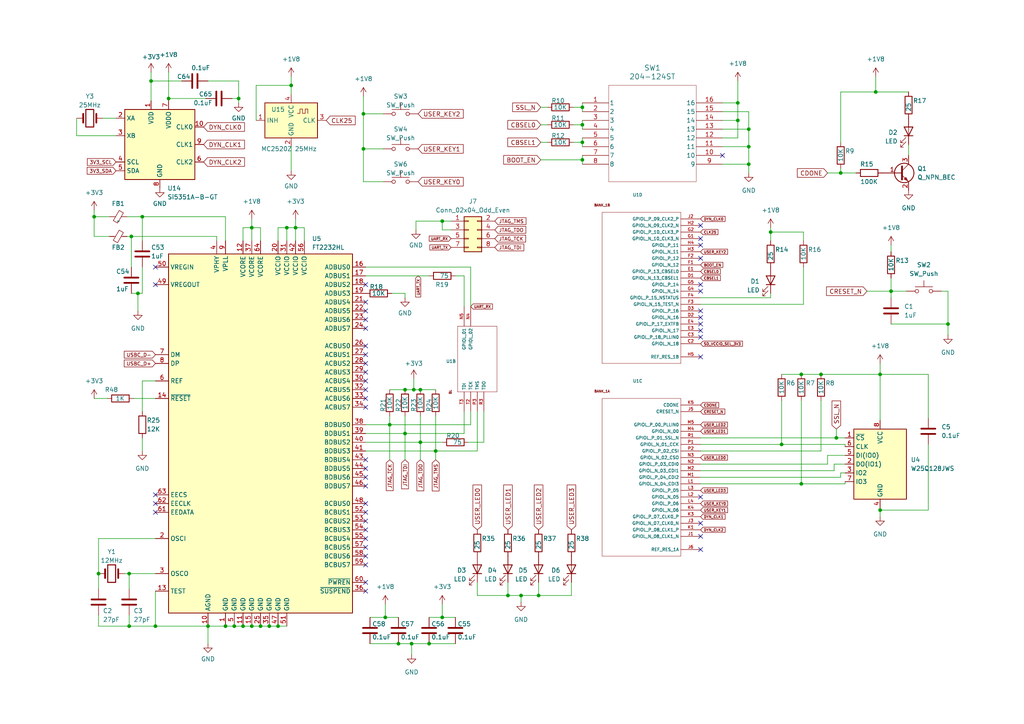
<source format=kicad_sch>
(kicad_sch (version 20250114) (generator "eeschema") (generator_version "9.0")
  (paper "A4")
  (junction (at 115.57 186.69))
  (junction (at 105.41 33.02))
  (junction (at 121.92 128.27))
  (junction (at 126.365 130.81))
  (junction (at 43.815 23.495))
  (junction (at 60.325 181.61))
  (junction (at 41.275 62.865))
  (junction (at 232.41 140.335))
  (junction (at 119.38 186.69))
  (junction (at 83.185 66.04))
  (junction (at 69.215 28.575))
  (junction (at 67.945 181.61))
  (junction (at 213.995 34.925))
  (junction (at 255.27 147.955))
  (junction (at 147.32 172.72))
  (junction (at 232.41 108.585))
  (junction (at 80.645 181.61))
  (junction (at 78.105 181.61))
  (junction (at 37.465 181.61))
  (junction (at 73.025 66.04))
  (junction (at 243.84 50.165))
  (junction (at 226.695 128.905))
  (junction (at 238.125 108.585))
  (junction (at 85.725 66.04))
  (junction (at 217.17 37.465))
  (junction (at 168.91 36.195))
  (junction (at 242.57 127))
  (junction (at 84.455 24.765))
  (junction (at 105.41 43.18))
  (junction (at 111.76 179.07))
  (junction (at 70.485 181.61))
  (junction (at 217.17 42.545))
  (junction (at 73.025 181.61))
  (junction (at 117.475 125.73))
  (junction (at 65.405 181.61))
  (junction (at 217.17 47.625))
  (junction (at 156.21 172.72))
  (junction (at 168.91 31.115))
  (junction (at 120.015 113.03))
  (junction (at 48.895 28.575))
  (junction (at 45.085 181.61))
  (junction (at 255.27 108.585))
  (junction (at 28.575 166.37))
  (junction (at 213.995 29.845))
  (junction (at 121.92 113.03))
  (junction (at 37.465 166.37))
  (junction (at 223.52 67.31))
  (junction (at 128.27 179.07))
  (junction (at 151.13 172.72))
  (junction (at 117.475 113.03))
  (junction (at 40.005 85.09))
  (junction (at 254 26.67))
  (junction (at 75.565 181.61))
  (junction (at 274.955 93.98))
  (junction (at 38.1 68.58))
  (junction (at 113.03 123.19))
  (junction (at 258.445 84.455))
  (junction (at 27.305 62.865))
  (junction (at 168.91 46.355))
  (junction (at 128.27 64.135))
  (junction (at 168.91 41.275))
  (junction (at 124.46 186.69))
  (no_connect (at 45.085 77.47))
  (no_connect (at 106.045 115.57))
  (no_connect (at 203.2 151.765))
  (no_connect (at 106.045 161.29))
  (no_connect (at 203.2 65.405))
  (no_connect (at 106.045 107.95))
  (no_connect (at 203.2 103.505))
  (no_connect (at 106.045 140.97))
  (no_connect (at 106.045 146.05))
  (no_connect (at 106.045 156.21))
  (no_connect (at 106.045 102.87))
  (no_connect (at 203.2 84.455))
  (no_connect (at 203.2 93.98))
  (no_connect (at 209.55 45.085))
  (no_connect (at 106.045 135.89))
  (no_connect (at 106.045 148.59))
  (no_connect (at 106.045 133.35))
  (no_connect (at 203.2 90.17))
  (no_connect (at 203.2 144.145))
  (no_connect (at 203.2 159.385))
  (no_connect (at 106.045 92.71))
  (no_connect (at 106.045 110.49))
  (no_connect (at 106.045 151.13))
  (no_connect (at 106.045 87.63))
  (no_connect (at 203.2 92.075))
  (no_connect (at 106.045 138.43))
  (no_connect (at 203.2 74.93))
  (no_connect (at 45.085 143.51))
  (no_connect (at 45.085 82.55))
  (no_connect (at 45.085 146.05))
  (no_connect (at 106.045 82.55))
  (no_connect (at 106.045 158.75))
  (no_connect (at 106.045 105.41))
  (no_connect (at 203.2 69.215))
  (no_connect (at 106.045 118.11))
  (no_connect (at 106.045 113.03))
  (no_connect (at 106.045 100.33))
  (no_connect (at 106.045 163.83))
  (no_connect (at 203.2 71.12))
  (no_connect (at 203.2 97.79))
  (no_connect (at 106.045 90.17))
  (no_connect (at 106.045 168.91))
  (no_connect (at 106.045 171.45))
  (no_connect (at 203.2 82.55))
  (no_connect (at 106.045 95.25))
  (no_connect (at 106.045 153.67))
  (no_connect (at 203.2 155.575))
  (no_connect (at 45.085 148.59))
  (no_connect (at 203.2 95.885))
  (wire (pts (xy 168.91 41.275) (xy 168.91 42.545)))
  (wire (pts (xy 65.405 181.61) (xy 67.945 181.61)))
  (wire (pts (xy 156.845 31.115) (xy 158.75 31.115)))
  (wire (pts (xy 269.24 121.285) (xy 269.24 108.585)))
  (wire (pts (xy 80.645 69.85) (xy 80.645 66.04)))
  (wire (pts (xy 105.41 33.02) (xy 111.125 33.02)))
  (wire (pts (xy 85.725 63.5) (xy 85.725 66.04)))
  (wire (pts (xy 165.735 168.91) (xy 165.735 172.72)))
  (wire (pts (xy 84.455 22.225) (xy 84.455 24.765)))
  (wire (pts (xy 238.125 130.81) (xy 238.125 116.205)))
  (wire (pts (xy 73.025 66.04) (xy 73.025 69.85)))
  (wire (pts (xy 258.445 84.455) (xy 258.445 86.36)))
  (wire (pts (xy 126.365 120.65) (xy 126.365 130.81)))
  (wire (pts (xy 41.275 85.09) (xy 41.275 77.47)))
  (wire (pts (xy 36.83 62.865) (xy 41.275 62.865)))
  (wire (pts (xy 88.265 66.04) (xy 85.725 66.04)))
  (wire (pts (xy 80.645 181.61) (xy 83.185 181.61)))
  (wire (pts (xy 111.76 175.26) (xy 111.76 179.07)))
  (wire (pts (xy 156.21 172.72) (xy 151.13 172.72)))
  (wire (pts (xy 258.445 84.455) (xy 262.89 84.455)))
  (wire (pts (xy 113.03 123.19) (xy 113.03 133.35)))
  (wire (pts (xy 120.015 109.855) (xy 120.015 113.03)))
  (wire (pts (xy 156.21 168.91) (xy 156.21 172.72)))
  (wire (pts (xy 117.475 120.65) (xy 117.475 125.73)))
  (wire (pts (xy 41.275 110.49) (xy 45.085 110.49)))
  (wire (pts (xy 29.845 34.29) (xy 33.655 34.29)))
  (wire (pts (xy 48.895 20.955) (xy 48.895 28.575)))
  (wire (pts (xy 223.52 67.31) (xy 223.52 69.85)))
  (wire (pts (xy 106.045 130.81) (xy 126.365 130.81)))
  (wire (pts (xy 226.695 108.585) (xy 232.41 108.585)))
  (wire (pts (xy 203.2 127) (xy 242.57 127)))
  (wire (pts (xy 85.725 66.04) (xy 85.725 69.85)))
  (wire (pts (xy 128.27 179.07) (xy 132.08 179.07)))
  (wire (pts (xy 22.225 39.37) (xy 33.655 39.37)))
  (wire (pts (xy 217.17 32.385) (xy 217.17 37.465)))
  (wire (pts (xy 124.46 186.69) (xy 132.08 186.69)))
  (wire (pts (xy 38.1 68.58) (xy 38.1 77.47)))
  (wire (pts (xy 105.41 52.705) (xy 111.125 52.705)))
  (wire (pts (xy 45.085 171.45) (xy 45.085 181.61)))
  (wire (pts (xy 65.405 62.865) (xy 65.405 69.85)))
  (wire (pts (xy 67.31 28.575) (xy 69.215 28.575)))
  (wire (pts (xy 45.085 156.21) (xy 28.575 156.21)))
  (wire (pts (xy 120.015 113.03) (xy 121.92 113.03)))
  (wire (pts (xy 28.575 181.61) (xy 37.465 181.61)))
  (wire (pts (xy 22.225 34.29) (xy 22.225 39.37)))
  (wire (pts (xy 117.475 125.73) (xy 117.475 133.35)))
  (wire (pts (xy 106.045 125.73) (xy 117.475 125.73)))
  (wire (pts (xy 40.005 85.09) (xy 41.275 85.09)))
  (wire (pts (xy 258.445 71.12) (xy 258.445 73.025)))
  (wire (pts (xy 209.55 34.925) (xy 213.995 34.925)))
  (wire (pts (xy 217.17 47.625) (xy 217.17 50.165)))
  (wire (pts (xy 38.735 115.57) (xy 45.085 115.57)))
  (wire (pts (xy 83.185 66.04) (xy 83.185 69.85)))
  (wire (pts (xy 274.955 93.98) (xy 274.955 97.155)))
  (wire (pts (xy 27.305 115.57) (xy 31.115 115.57)))
  (wire (pts (xy 243.84 26.67) (xy 254 26.67)))
  (wire (pts (xy 105.41 43.18) (xy 111.125 43.18)))
  (wire (pts (xy 88.265 69.85) (xy 88.265 66.04)))
  (wire (pts (xy 156.845 36.195) (xy 158.75 36.195)))
  (wire (pts (xy 84.455 24.765) (xy 84.455 27.305)))
  (wire (pts (xy 83.185 66.04) (xy 85.725 66.04)))
  (wire (pts (xy 273.05 84.455) (xy 274.955 84.455)))
  (wire (pts (xy 106.045 128.27) (xy 121.92 128.27)))
  (wire (pts (xy 147.32 172.72) (xy 151.13 172.72)))
  (wire (pts (xy 121.92 120.65) (xy 121.92 128.27)))
  (wire (pts (xy 37.465 181.61) (xy 45.085 181.61)))
  (wire (pts (xy 117.475 85.09) (xy 117.475 86.36)))
  (wire (pts (xy 113.03 120.65) (xy 113.03 123.19)))
  (wire (pts (xy 213.995 40.005) (xy 213.995 34.925)))
  (wire (pts (xy 60.325 23.495) (xy 69.215 23.495)))
  (wire (pts (xy 41.275 127) (xy 41.275 130.81)))
  (wire (pts (xy 130.81 66.675) (xy 128.27 66.675)))
  (wire (pts (xy 232.41 140.335) (xy 245.11 140.335)))
  (wire (pts (xy 121.92 113.03) (xy 126.365 113.03)))
  (wire (pts (xy 113.03 123.19) (xy 136.525 123.19)))
  (wire (pts (xy 242.57 127) (xy 245.11 127)))
  (wire (pts (xy 70.485 181.61) (xy 73.025 181.61)))
  (wire (pts (xy 74.295 24.765) (xy 84.455 24.765)))
  (wire (pts (xy 209.55 32.385) (xy 217.17 32.385)))
  (wire (pts (xy 203.2 130.81) (xy 238.125 130.81)))
  (wire (pts (xy 223.52 86.36) (xy 223.52 85.09)))
  (wire (pts (xy 106.045 123.19) (xy 113.03 123.19)))
  (wire (pts (xy 168.91 34.925) (xy 168.91 36.195)))
  (wire (pts (xy 74.295 34.925) (xy 74.295 24.765)))
  (wire (pts (xy 67.945 181.61) (xy 70.485 181.61)))
  (wire (pts (xy 48.895 28.575) (xy 59.69 28.575)))
  (wire (pts (xy 209.55 42.545) (xy 217.17 42.545)))
  (wire (pts (xy 168.91 46.355) (xy 168.91 47.625)))
  (wire (pts (xy 80.645 66.04) (xy 83.185 66.04)))
  (wire (pts (xy 138.43 168.91) (xy 138.43 172.72)))
  (wire (pts (xy 124.46 179.07) (xy 128.27 179.07)))
  (wire (pts (xy 70.485 69.85) (xy 70.485 66.04)))
  (wire (pts (xy 111.76 179.07) (xy 115.57 179.07)))
  (wire (pts (xy 27.305 62.865) (xy 31.75 62.865)))
  (wire (pts (xy 255.27 105.41) (xy 255.27 108.585)))
  (wire (pts (xy 233.045 88.265) (xy 233.045 77.47)))
  (wire (pts (xy 38.1 85.09) (xy 40.005 85.09)))
  (wire (pts (xy 113.665 85.09) (xy 117.475 85.09)))
  (wire (pts (xy 245.11 128.905) (xy 245.11 129.54)))
  (wire (pts (xy 128.27 179.07) (xy 128.27 175.26)))
  (wire (pts (xy 70.485 66.04) (xy 73.025 66.04)))
  (wire (pts (xy 113.03 113.03) (xy 117.475 113.03)))
  (wire (pts (xy 45.085 181.61) (xy 60.325 181.61)))
  (wire (pts (xy 232.41 116.205) (xy 232.41 140.335)))
  (wire (pts (xy 166.37 31.115) (xy 168.91 31.115)))
  (wire (pts (xy 226.695 128.905) (xy 245.11 128.905)))
  (wire (pts (xy 168.91 36.195) (xy 168.91 37.465)))
  (wire (pts (xy 121.92 128.27) (xy 121.92 133.35)))
  (wire (pts (xy 241.935 136.525) (xy 241.935 134.62)))
  (wire (pts (xy 117.475 113.03) (xy 120.015 113.03)))
  (wire (pts (xy 140.335 128.27) (xy 140.335 119.38)))
  (wire (pts (xy 243.84 48.895) (xy 243.84 50.165)))
  (wire (pts (xy 107.315 186.69) (xy 115.57 186.69)))
  (wire (pts (xy 119.38 186.69) (xy 119.38 189.865)))
  (wire (pts (xy 84.455 42.545) (xy 84.455 49.53)))
  (wire (pts (xy 106.045 80.01) (xy 124.46 80.01)))
  (wire (pts (xy 73.025 181.61) (xy 75.565 181.61)))
  (wire (pts (xy 136.525 77.47) (xy 136.525 88.9)))
  (wire (pts (xy 217.17 42.545) (xy 217.17 47.625)))
  (wire (pts (xy 41.275 62.865) (xy 65.405 62.865)))
  (wire (pts (xy 73.025 63.5) (xy 73.025 66.04)))
  (wire (pts (xy 138.43 130.81) (xy 138.43 119.38)))
  (wire (pts (xy 105.41 33.02) (xy 105.41 43.18)))
  (wire (pts (xy 258.445 80.645) (xy 258.445 84.455)))
  (wire (pts (xy 128.27 64.135) (xy 120.65 64.135)))
  (wire (pts (xy 37.465 178.435) (xy 37.465 181.61)))
  (wire (pts (xy 240.03 50.165) (xy 243.84 50.165)))
  (wire (pts (xy 28.575 178.435) (xy 28.575 181.61)))
  (wire (pts (xy 156.845 41.275) (xy 158.75 41.275)))
  (wire (pts (xy 203.2 134.62) (xy 240.03 134.62)))
  (wire (pts (xy 233.045 67.31) (xy 223.52 67.31)))
  (wire (pts (xy 245.11 140.335) (xy 245.11 139.7)))
  (wire (pts (xy 75.565 69.85) (xy 75.565 66.04)))
  (wire (pts (xy 240.03 132.08) (xy 245.11 132.08)))
  (wire (pts (xy 43.815 23.495) (xy 43.815 29.21)))
  (wire (pts (xy 203.2 140.335) (xy 232.41 140.335)))
  (wire (pts (xy 258.445 93.98) (xy 274.955 93.98)))
  (wire (pts (xy 105.41 27.94) (xy 105.41 33.02)))
  (wire (pts (xy 130.81 64.135) (xy 128.27 64.135)))
  (wire (pts (xy 166.37 41.275) (xy 168.91 41.275)))
  (wire (pts (xy 226.695 116.205) (xy 226.695 128.905)))
  (wire (pts (xy 28.575 156.21) (xy 28.575 166.37)))
  (wire (pts (xy 27.305 62.865) (xy 27.305 60.96)))
  (wire (pts (xy 69.215 28.575) (xy 69.215 29.845)))
  (wire (pts (xy 269.24 128.905) (xy 269.24 147.955)))
  (wire (pts (xy 168.91 45.085) (xy 168.91 46.355)))
  (wire (pts (xy 217.17 37.465) (xy 217.17 42.545)))
  (wire (pts (xy 28.575 166.37) (xy 28.575 170.815)))
  (wire (pts (xy 75.565 66.04) (xy 73.025 66.04)))
  (wire (pts (xy 132.08 80.01) (xy 134.62 80.01)))
  (wire (pts (xy 151.13 172.72) (xy 151.13 174.625)))
  (wire (pts (xy 126.365 130.81) (xy 126.365 133.35)))
  (wire (pts (xy 62.865 68.58) (xy 62.865 69.85)))
  (wire (pts (xy 232.41 108.585) (xy 238.125 108.585)))
  (wire (pts (xy 243.84 41.275) (xy 243.84 26.67)))
  (wire (pts (xy 269.24 108.585) (xy 255.27 108.585)))
  (wire (pts (xy 166.37 36.195) (xy 168.91 36.195)))
  (wire (pts (xy 134.62 80.01) (xy 134.62 88.9)))
  (wire (pts (xy 48.895 28.575) (xy 48.895 29.21)))
  (wire (pts (xy 165.735 172.72) (xy 156.21 172.72)))
  (wire (pts (xy 60.325 181.61) (xy 65.405 181.61)))
  (wire (pts (xy 243.84 50.165) (xy 248.285 50.165)))
  (wire (pts (xy 75.565 181.61) (xy 78.105 181.61)))
  (wire (pts (xy 242.57 124.46) (xy 242.57 127)))
  (wire (pts (xy 238.125 108.585) (xy 255.27 108.585)))
  (wire (pts (xy 203.2 86.36) (xy 223.52 86.36)))
  (wire (pts (xy 60.325 181.61) (xy 60.325 186.69)))
  (wire (pts (xy 254 22.225) (xy 254 26.67)))
  (wire (pts (xy 240.03 134.62) (xy 240.03 132.08)))
  (wire (pts (xy 243.84 137.16) (xy 245.11 137.16)))
  (wire (pts (xy 43.815 23.495) (xy 52.705 23.495)))
  (wire (pts (xy 263.525 41.91) (xy 263.525 45.085)))
  (wire (pts (xy 168.91 31.115) (xy 168.91 32.385)))
  (wire (pts (xy 147.32 168.91) (xy 147.32 172.72)))
  (wire (pts (xy 255.27 147.955) (xy 255.27 147.32)))
  (wire (pts (xy 136.525 123.19) (xy 136.525 119.38)))
  (wire (pts (xy 37.465 166.37) (xy 45.085 166.37)))
  (wire (pts (xy 41.275 119.38) (xy 41.275 110.49)))
  (wire (pts (xy 168.91 40.005) (xy 168.91 41.275)))
  (wire (pts (xy 128.27 66.675) (xy 128.27 64.135)))
  (wire (pts (xy 78.105 181.61) (xy 80.645 181.61)))
  (wire (pts (xy 209.55 47.625) (xy 217.17 47.625)))
  (wire (pts (xy 156.845 46.355) (xy 168.91 46.355)))
  (wire (pts (xy 223.52 66.04) (xy 223.52 67.31)))
  (wire (pts (xy 135.89 128.27) (xy 140.335 128.27)))
  (wire (pts (xy 117.475 125.73) (xy 134.62 125.73)))
  (wire (pts (xy 233.045 69.85) (xy 233.045 67.31)))
  (wire (pts (xy 107.315 179.07) (xy 111.76 179.07)))
  (wire (pts (xy 209.55 40.005) (xy 213.995 40.005)))
  (wire (pts (xy 31.75 68.58) (xy 27.305 68.58)))
  (wire (pts (xy 274.955 84.455) (xy 274.955 93.98)))
  (wire (pts (xy 41.275 62.865) (xy 41.275 69.85)))
  (wire (pts (xy 36.83 68.58) (xy 38.1 68.58)))
  (wire (pts (xy 243.84 138.43) (xy 243.84 137.16)))
  (wire (pts (xy 255.27 108.585) (xy 255.27 121.92)))
  (wire (pts (xy 269.24 147.955) (xy 255.27 147.955)))
  (wire (pts (xy 213.995 34.925) (xy 213.995 29.845)))
  (wire (pts (xy 255.27 149.86) (xy 255.27 147.955)))
  (wire (pts (xy 121.92 128.27) (xy 128.27 128.27)))
  (wire (pts (xy 241.935 134.62) (xy 245.11 134.62)))
  (wire (pts (xy 168.91 29.845) (xy 168.91 31.115)))
  (wire (pts (xy 209.55 29.845) (xy 213.995 29.845)))
  (wire (pts (xy 209.55 37.465) (xy 217.17 37.465)))
  (wire (pts (xy 203.2 138.43) (xy 243.84 138.43)))
  (wire (pts (xy 115.57 186.69) (xy 119.38 186.69)))
  (wire (pts (xy 138.43 172.72) (xy 147.32 172.72)))
  (wire (pts (xy 251.46 84.455) (xy 258.445 84.455)))
  (wire (pts (xy 203.2 136.525) (xy 241.935 136.525)))
  (wire (pts (xy 38.1 68.58) (xy 62.865 68.58)))
  (wire (pts (xy 37.465 166.37) (xy 37.465 170.815)))
  (wire (pts (xy 106.045 77.47) (xy 136.525 77.47)))
  (wire (pts (xy 254 26.67) (xy 263.525 26.67)))
  (wire (pts (xy 213.995 29.845) (xy 213.995 23.495)))
  (wire (pts (xy 43.815 20.955) (xy 43.815 23.495)))
  (wire (pts (xy 126.365 130.81) (xy 138.43 130.81)))
  (wire (pts (xy 203.2 88.265) (xy 233.045 88.265)))
  (wire (pts (xy 105.41 43.18) (xy 105.41 52.705)))
  (wire (pts (xy 119.38 186.69) (xy 124.46 186.69)))
  (wire (pts (xy 27.305 68.58) (xy 27.305 62.865)))
  (wire (pts (xy 69.215 23.495) (xy 69.215 28.575)))
  (wire (pts (xy 134.62 125.73) (xy 134.62 119.38)))
  (wire (pts (xy 203.2 128.905) (xy 226.695 128.905)))
  (wire (pts (xy 40.005 85.09) (xy 40.005 90.17)))
  (wire (pts (xy 120.65 64.135) (xy 120.65 66.675)))
  (wire (pts (xy 36.195 166.37) (xy 37.465 166.37)))
  (global_label "USER_LED3" (shape input) (at 203.2 142.24 0) (effects (font (size 0.762 0.762))) (property "Intersheetrefs" "${INTERSHEET_REFS}" (effects (hide yes))))
  (global_label "CBSEL1" (shape input) (at 203.2 80.645 0) (effects (font (size 0.762 0.762))) (property "Intersheetrefs" "${INTERSHEET_REFS}" (effects (hide yes))))
  (global_label "BOOT_EN" (shape input) (at 203.2 76.835 0) (effects (font (size 0.762 0.762))) (property "Intersheetrefs" "${INTERSHEET_REFS}" (effects (hide yes))))
  (global_label "USER_KEY1" (shape input) (at 203.2 147.955 0) (effects (font (size 0.762 0.762))) (property "Intersheetrefs" "${INTERSHEET_REFS}" (effects (hide yes))))
  (global_label "DYN_CLK0" (shape input) (at 203.2 63.5 0) (effects (font (size 0.762 0.762))) (property "Intersheetrefs" "${INTERSHEET_REFS}" (effects (hide yes))))
  (global_label "USER_KEY0" (shape input) (at 203.2 146.05 0) (effects (font (size 0.762 0.762))) (property "Intersheetrefs" "${INTERSHEET_REFS}" (effects (hide yes))))
  (global_label "UART_TX" (shape input) (at 121.285 80.01 270) (effects (font (size 0.762 0.762))) (property "Intersheetrefs" "${INTERSHEET_REFS}" (effects (hide yes))))
  (global_label "JTAG_TCK" (shape input) (at 113.03 133.35 270) (effects (font (size 1.016 1.016))) (property "Intersheetrefs" "${INTERSHEET_REFS}" (effects (hide yes))))
  (global_label "USER_LED3" (shape input) (at 165.735 153.67 90) (property "Intersheetrefs" "${INTERSHEET_REFS}" (effects (hide yes))))
  (global_label "JTAG_TDO" (shape input) (at 121.92 133.35 270) (effects (font (size 1.016 1.016))) (property "Intersheetrefs" "${INTERSHEET_REFS}" (effects (hide yes))))
  (global_label "3V3_SCL" (shape input) (at 33.655 46.99 180) (effects (font (size 1.016 1.016))) (property "Intersheetrefs" "${INTERSHEET_REFS}" (effects (hide yes))))
  (global_label "JTAG_TMS" (shape input) (at 126.365 133.35 270) (effects (font (size 1.016 1.016))) (property "Intersheetrefs" "${INTERSHEET_REFS}" (effects (hide yes))))
  (global_label "DYN_CLK2" (shape input) (at 59.055 46.99 0) (property "Intersheetrefs" "${INTERSHEET_REFS}" (effects (hide yes))))
  (global_label "CBSEL0" (shape input) (at 203.2 78.74 0) (effects (font (size 0.762 0.762))) (property "Intersheetrefs" "${INTERSHEET_REFS}" (effects (hide yes))))
  (global_label "JTAG_TDI" (shape input) (at 143.51 71.755 0) (effects (font (size 1.016 1.016))) (property "Intersheetrefs" "${INTERSHEET_REFS}" (effects (hide yes))))
  (global_label "BOOT_EN" (shape input) (at 156.845 46.355 180) (property "Intersheetrefs" "${INTERSHEET_REFS}" (effects (hide yes))))
  (global_label "UART_RX" (shape input) (at 130.81 69.215 180) (effects (font (size 0.762 0.762))) (property "Intersheetrefs" "${INTERSHEET_REFS}" (effects (hide yes))))
  (global_label "DYN_CLK1" (shape input) (at 203.2 149.86 0) (effects (font (size 0.762 0.762))) (property "Intersheetrefs" "${INTERSHEET_REFS}" (effects (hide yes))))
  (global_label "USER_LED0" (shape input) (at 138.43 153.67 90) (property "Intersheetrefs" "${INTERSHEET_REFS}" (effects (hide yes))))
  (global_label "USBC_D-" (shape input) (at 45.085 102.87 180) (effects (font (size 1.016 1.016))) (property "Intersheetrefs" "${INTERSHEET_REFS}" (effects (hide yes))))
  (global_label "SSL_N" (shape input) (at 242.57 124.46 90) (property "Intersheetrefs" "${INTERSHEET_REFS}" (effects (hide yes))))
  (global_label "SD_VCCIO_SEL_3V3" (shape input) (at 203.2 99.695 0) (effects (font (size 0.762 0.762))) (property "Intersheetrefs" "${INTERSHEET_REFS}" (effects (hide yes))))
  (global_label "USER_KEY1" (shape input) (at 121.285 43.18 0) (property "Intersheetrefs" "${INTERSHEET_REFS}" (effects (hide yes))))
  (global_label "CDONE" (shape input) (at 240.03 50.165 180) (property "Intersheetrefs" "${INTERSHEET_REFS}" (effects (hide yes))))
  (global_label "3V3_SDA" (shape input) (at 33.655 49.53 180) (effects (font (size 1.016 1.016))) (property "Intersheetrefs" "${INTERSHEET_REFS}" (effects (hide yes))))
  (global_label "JTAG_TMS" (shape input) (at 143.51 64.135 0) (effects (font (size 1.016 1.016))) (property "Intersheetrefs" "${INTERSHEET_REFS}" (effects (hide yes))))
  (global_label "USER_LED1" (shape input) (at 147.32 153.67 90) (property "Intersheetrefs" "${INTERSHEET_REFS}" (effects (hide yes))))
  (global_label "USER_KEY0" (shape input) (at 121.285 52.705 0) (property "Intersheetrefs" "${INTERSHEET_REFS}" (effects (hide yes))))
  (global_label "UART_RX" (shape input) (at 136.525 88.9 0) (effects (font (size 0.762 0.762))) (property "Intersheetrefs" "${INTERSHEET_REFS}" (effects (hide yes))))
  (global_label "JTAG_TDO" (shape input) (at 143.51 66.675 0) (effects (font (size 1.016 1.016))) (property "Intersheetrefs" "${INTERSHEET_REFS}" (effects (hide yes))))
  (global_label "CRESET_N" (shape input) (at 203.2 119.38 0) (effects (font (size 0.762 0.762))) (property "Intersheetrefs" "${INTERSHEET_REFS}" (effects (hide yes))))
  (global_label "USER_KEY2" (shape input) (at 121.285 33.02 0) (property "Intersheetrefs" "${INTERSHEET_REFS}" (effects (hide yes))))
  (global_label "CLK25" (shape input) (at 94.615 34.925 0) (property "Intersheetrefs" "${INTERSHEET_REFS}" (effects (hide yes))))
  (global_label "JTAG_TCK" (shape input) (at 143.51 69.215 0) (effects (font (size 1.016 1.016))) (property "Intersheetrefs" "${INTERSHEET_REFS}" (effects (hide yes))))
  (global_label "UART_TX" (shape input) (at 130.81 71.755 180) (effects (font (size 0.762 0.762))) (property "Intersheetrefs" "${INTERSHEET_REFS}" (effects (hide yes))))
  (global_label "CRESET_N" (shape input) (at 251.46 84.455 180) (property "Intersheetrefs" "${INTERSHEET_REFS}" (effects (hide yes))))
  (global_label "USER_LED0" (shape input) (at 203.2 132.715 0) (effects (font (size 0.762 0.762))) (property "Intersheetrefs" "${INTERSHEET_REFS}" (effects (hide yes))))
  (global_label "USER_LED1" (shape input) (at 203.2 125.095 0) (effects (font (size 0.762 0.762))) (property "Intersheetrefs" "${INTERSHEET_REFS}" (effects (hide yes))))
  (global_label "DYN_CLK2" (shape input) (at 203.2 153.67 0) (effects (font (size 0.762 0.762))) (property "Intersheetrefs" "${INTERSHEET_REFS}" (effects (hide yes))))
  (global_label "CDONE" (shape input) (at 203.2 117.475 0) (effects (font (size 0.762 0.762))) (property "Intersheetrefs" "${INTERSHEET_REFS}" (effects (hide yes))))
  (global_label "CLK25" (shape input) (at 203.2 67.31 0) (effects (font (size 0.762 0.762))) (property "Intersheetrefs" "${INTERSHEET_REFS}" (effects (hide yes))))
  (global_label "USER_LED2" (shape input) (at 156.21 153.67 90) (property "Intersheetrefs" "${INTERSHEET_REFS}" (effects (hide yes))))
  (global_label "CBSEL0" (shape input) (at 156.845 36.195 180) (property "Intersheetrefs" "${INTERSHEET_REFS}" (effects (hide yes))))
  (global_label "USBC_D+" (shape input) (at 45.085 105.41 180) (effects (font (size 1.016 1.016))) (property "Intersheetrefs" "${INTERSHEET_REFS}" (effects (hide yes))))
  (global_label "USER_LED2" (shape input) (at 203.2 123.19 0) (effects (font (size 0.762 0.762))) (property "Intersheetrefs" "${INTERSHEET_REFS}" (effects (hide yes))))
  (global_label "USER_KEY2" (shape input) (at 203.2 73.025 0) (effects (font (size 0.762 0.762))) (property "Intersheetrefs" "${INTERSHEET_REFS}" (effects (hide yes))))
  (global_label "DYN_CLK0" (shape input) (at 59.055 36.83 0) (property "Intersheetrefs" "${INTERSHEET_REFS}" (effects (hide yes))))
  (global_label "JTAG_TDI" (shape input) (at 117.475 133.35 270) (effects (font (size 1.016 1.016))) (property "Intersheetrefs" "${INTERSHEET_REFS}" (effects (hide yes))))
  (global_label "SSL_N" (shape input) (at 156.845 31.115 180) (property "Intersheetrefs" "${INTERSHEET_REFS}" (effects (hide yes))))
  (global_label "DYN_CLK1" (shape input) (at 59.055 41.91 0) (property "Intersheetrefs" "${INTERSHEET_REFS}" (effects (hide yes))))
  (global_label "CBSEL1" (shape input) (at 156.845 41.275 180) (property "Intersheetrefs" "${INTERSHEET_REFS}" (effects (hide yes))))
  (symbol (lib_id "Device:R") (at 126.365 116.84 180) (unit 1)
    (property "Reference" "R24" (at 124.46 115.57 90) (effects (justify left)))
    (property "Value" "10K" (at 126.365 114.935 90) (effects (justify left)))
    (property "Footprint" "Resistor_SMD:R_0603_1608Metric" (effects (hide yes)))
    (property "Description" "Resistor" (effects (hide yes)))
  )
  (symbol (lib_id "Switch:SW_Push") (at 116.205 52.705 0) (unit 1)
    (property "Reference" "SW6" (at 116.205 47.625 0))
    (property "Value" "SW_Push" (at 116.205 50.165 0))
    (property "Footprint" "Button_Switch_THT:SW_Tactile_SPST_Angled_PTS645Vx58-2LFS" (effects (hide yes)))
    (property "Description" "Push button switch, generic, two pins" (effects (hide yes)))
  )
  (symbol (lib_id "Device:LED") (at 165.735 165.1 270) (mirror x) (unit 1)
    (property "Reference" "D6" (at 162.56 165.4174 90) (effects (justify right)))
    (property "Value" "LED" (at 162.56 167.9574 90) (effects (justify right)))
    (property "Footprint" "LED_SMD:LED_0603_1608Metric" (effects (hide yes)))
    (property "Description" "Light emitting diode" (effects (hide yes)))
  )
  (symbol (lib_id "power:+3V3") (at 43.815 20.955 0) (unit 1)
    (property "Reference" "#PWR082" (effects (hide yes)))
    (property "Value" "+3V3" (at 43.815 16.51 0))
    (property "Description" "Power symbol creates a global label with name \"+3V3\"" (effects (hide yes)))
  )
  (symbol (lib_id "power:GND") (at 117.475 86.36 0) (unit 1)
    (property "Reference" "#PWR025" (effects (hide yes)))
    (property "Value" "GND" (at 117.475 90.805 0))
    (property "Description" "Power symbol creates a global label with name \"GND\" , ground" (effects (hide yes)))
  )
  (symbol (lib_id "Device:R") (at 238.125 112.395 0) (unit 1)
    (property "Reference" "R8" (at 239.395 111.125 0) (effects (justify left)))
    (property "Value" "10K" (at 238.125 114.3 90) (effects (justify left)))
    (property "Footprint" "Resistor_SMD:R_0603_1608Metric" (effects (hide yes)))
    (property "Description" "Resistor" (effects (hide yes)))
  )
  (symbol (lib_id "power:GND") (at 120.65 66.675 0) (unit 1)
    (property "Reference" "#PWR065" (effects (hide yes)))
    (property "Value" "GND" (at 120.65 71.12 0))
    (property "Description" "Power symbol creates a global label with name \"GND\" , ground" (effects (hide yes)))
  )
  (symbol (lib_id "Device:R") (at 147.32 157.48 0) (unit 1)
    (property "Reference" "R36" (at 148.59 156.21 0) (effects (justify left)))
    (property "Value" "25" (at 147.32 159.385 90) (effects (justify left)))
    (property "Footprint" "Resistor_SMD:R_0603_1608Metric" (effects (hide yes)))
    (property "Description" "Resistor" (effects (hide yes)))
  )
  (symbol (lib_id "Device:C") (at 63.5 28.575 90) (unit 1)
    (property "Reference" "C65" (at 61.595 27.305 90) (effects (justify left)))
    (property "Value" "0.1uF" (at 61.595 29.845 90) (effects (justify left)))
    (property "Footprint" "Capacitor_SMD:C_0603_1608Metric" (effects (hide yes)))
    (property "Description" "Unpolarized capacitor" (effects (hide yes)))
  )
  (symbol (lib_id "power:+3V3") (at 120.015 109.855 0) (unit 1)
    (property "Reference" "#PWR027" (effects (hide yes)))
    (property "Value" "+3V3" (at 120.015 105.41 0))
    (property "Description" "Power symbol creates a global label with name \"+3V3\"" (effects (hide yes)))
  )
  (symbol (lib_id "Device:LED") (at 223.52 81.28 270) (mirror x) (unit 1)
    (property "Reference" "D1" (at 220.345 81.5974 90) (effects (justify right)))
    (property "Value" "LED" (at 220.345 84.1374 90) (effects (justify right)))
    (property "Footprint" "LED_SMD:LED_0603_1608Metric" (effects (hide yes)))
    (property "Description" "Light emitting diode" (effects (hide yes)))
  )
  (symbol (lib_id "Device:C") (at 124.46 182.88 0) (unit 1)
    (property "Reference" "C56" (at 125.095 180.975 0) (effects (justify left)))
    (property "Value" "0.1uF" (at 125.095 184.785 0) (effects (justify left)))
    (property "Footprint" "Capacitor_SMD:C_0603_1608Metric" (effects (hide yes)))
    (property "Description" "Unpolarized capacitor" (effects (hide yes)))
  )
  (symbol (lib_id "Device:LED") (at 138.43 165.1 270) (mirror x) (unit 1)
    (property "Reference" "D3" (at 135.255 165.4174 90) (effects (justify right)))
    (property "Value" "LED" (at 135.255 167.9574 90) (effects (justify right)))
    (property "Footprint" "LED_SMD:LED_0603_1608Metric" (effects (hide yes)))
    (property "Description" "Light emitting diode" (effects (hide yes)))
  )
  (symbol (lib_id "power:GND") (at 263.525 55.245 0) (unit 1)
    (property "Reference" "#PWR024" (effects (hide yes)))
    (property "Value" "GND" (at 263.525 60.325 0))
    (property "Description" "Power symbol creates a global label with name \"GND\" , ground" (effects (hide yes)))
  )
  (symbol (lib_id "Device:LED") (at 263.525 38.1 270) (mirror x) (unit 1)
    (property "Reference" "D2" (at 260.35 38.4174 90) (effects (justify right)))
    (property "Value" "LED" (at 260.35 40.9574 90) (effects (justify right)))
    (property "Footprint" "LED_SMD:LED_0603_1608Metric" (effects (hide yes)))
    (property "Description" "Light emitting diode" (effects (hide yes)))
  )
  (symbol (lib_id "Device:R") (at 162.56 31.115 90) (unit 1)
    (property "Reference" "R10" (at 163.83 29.21 90) (effects (justify left)))
    (property "Value" "10K" (at 164.465 31.115 90) (effects (justify left)))
    (property "Footprint" "Resistor_SMD:R_0603_1608Metric" (effects (hide yes)))
    (property "Description" "Resistor" (effects (hide yes)))
  )
  (symbol (lib_id "power:+3V3") (at 27.305 60.96 0) (unit 1)
    (property "Reference" "#PWR063" (effects (hide yes)))
    (property "Value" "+3V3" (at 27.305 55.88 0))
    (property "Description" "Power symbol creates a global label with name \"+3V3\"" (effects (hide yes)))
  )
  (symbol (lib_id "Device:R") (at 41.275 123.19 0) (unit 1)
    (property "Reference" "R25" (at 42.545 121.92 0) (effects (justify left)))
    (property "Value" "12K" (at 42.545 124.46 0) (effects (justify left)))
    (property "Footprint" "Resistor_SMD:R_0603_1608Metric" (effects (hide yes)))
  )
  (symbol (lib_id "Device:FerriteBead_Small") (at 34.29 62.865 270) (unit 1)
    (property "Reference" "FB1" (at 34.29 59.055 90))
    (property "Value" "~" (at 34.3281 58.42 90))
    (property "Footprint" "Inductor_SMD:L_0603_1608Metric" (effects (hide yes)))
    (property "Description" "Ferrite bead, small symbol" (effects (hide yes)))
  )
  (symbol (lib_id "power:GND") (at 151.13 174.625 0) (unit 1)
    (property "Reference" "#PWR038" (effects (hide yes)))
    (property "Value" "GND" (at 151.13 179.705 0))
    (property "Description" "Power symbol creates a global label with name \"GND\" , ground" (effects (hide yes)))
  )
  (symbol (lib_id "power:+1V8") (at 258.445 71.12 0) (unit 1)
    (property "Reference" "#PWR021" (effects (hide yes)))
    (property "Value" "+1V8" (at 258.445 66.04 0))
    (property "Description" "Power symbol creates a global label with name \"+1V8\"" (effects (hide yes)))
  )
  (symbol (lib_id "Device:R") (at 165.735 157.48 0) (unit 1)
    (property "Reference" "R38" (at 167.005 156.21 0) (effects (justify left)))
    (property "Value" "25" (at 165.735 159.385 90) (effects (justify left)))
    (property "Footprint" "Resistor_SMD:R_0603_1608Metric" (effects (hide yes)))
    (property "Description" "Resistor" (effects (hide yes)))
  )
  (symbol (lib_id "endeavour2:Ti60F256") (at 174.625 61.595 0) (unit 4)
    (property "Reference" "U1" (at 184.9156 56.515 0) (effects (font (size 0.889 0.889))))
    (property "Value" "Ti60F256" (effects (hide yes)))
    (property "Footprint" "Package_BGA:BGA-256_14.0x14.0mm_Layout16x16_P0.8mm_Ball0.45mm_Pad0.32mm_NSMD" (effects (hide yes)))
    (property "SPLIT_INST" "TRUE" (effects (hide yes)))
    (property "SWAP_INFO" "(S1+S2+S3+S4+S5+S6+S7+S8+S9+S10+S11+S12+S13)" (effects (hide yes)))
  )
  (symbol (lib_id "power:+1V8") (at 105.41 27.94 0) (unit 1)
    (property "Reference" "#PWR039" (effects (hide yes)))
    (property "Value" "+1V8" (at 105.41 22.86 0))
    (property "Description" "Power symbol creates a global label with name \"+1V8\"" (effects (hide yes)))
  )
  (symbol (lib_id "Device:R") (at 223.52 73.66 0) (unit 1)
    (property "Reference" "R14" (at 224.79 72.39 0) (effects (justify left)))
    (property "Value" "25" (at 223.52 75.565 90) (effects (justify left)))
    (property "Footprint" "Resistor_SMD:R_0603_1608Metric" (effects (hide yes)))
    (property "Description" "Resistor" (effects (hide yes)))
  )
  (symbol (lib_id "Device:R") (at 128.27 80.01 90) (unit 1)
    (property "Reference" "R19" (at 130.175 82.55 90) (effects (justify left)))
    (property "Value" "75" (at 130.175 80.01 90) (effects (justify left)))
    (property "Footprint" "Resistor_SMD:R_0603_1608Metric" (effects (hide yes)))
    (property "Description" "Resistor" (effects (hide yes)))
  )
  (symbol (lib_id "power:+1V8") (at 111.76 175.26 0) (unit 1)
    (property "Reference" "#PWR069" (effects (hide yes)))
    (property "Value" "+1V8" (at 111.76 170.18 0))
    (property "Description" "Power symbol creates a global label with name \"+1V8\"" (effects (hide yes)))
  )
  (symbol (lib_id "power:GND") (at 217.17 50.165 0) (unit 1)
    (property "Reference" "#PWR020" (effects (hide yes)))
    (property "Value" "GND" (at 217.17 55.245 0))
    (property "Description" "Power symbol creates a global label with name \"GND\" , ground" (effects (hide yes)))
  )
  (symbol (lib_id "Device:C") (at 56.515 23.495 90) (unit 1)
    (property "Reference" "C64" (at 55.245 22.225 90) (effects (justify left)))
    (property "Value" "0.1uF" (at 60.96 19.685 90) (effects (justify left)))
    (property "Footprint" "Capacitor_SMD:C_0603_1608Metric" (effects (hide yes)))
    (property "Description" "Unpolarized capacitor" (effects (hide yes)))
  )
  (symbol (lib_id "Device:C") (at 38.1 81.28 0) (unit 1)
    (property "Reference" "C54" (at 33.655 78.74 0) (effects (justify left)))
    (property "Value" "1uF" (at 33.655 83.82 0) (effects (justify left)))
    (property "Footprint" "Capacitor_SMD:C_0603_1608Metric" (effects (hide yes)))
    (property "Description" "Unpolarized capacitor" (effects (hide yes)))
  )
  (symbol (lib_id "Device:R") (at 162.56 36.195 90) (unit 1)
    (property "Reference" "R11" (at 163.83 34.29 90) (effects (justify left)))
    (property "Value" "10K" (at 164.465 36.195 90) (effects (justify left)))
    (property "Footprint" "Resistor_SMD:R_0603_1608Metric" (effects (hide yes)))
    (property "Description" "Resistor" (effects (hide yes)))
  )
  (symbol (lib_id "power:+1V8") (at 223.52 66.04 0) (unit 1)
    (property "Reference" "#PWR018" (effects (hide yes)))
    (property "Value" "+1V8" (at 223.52 60.96 0))
    (property "Description" "Power symbol creates a global label with name \"+1V8\"" (effects (hide yes)))
  )
  (symbol (lib_id "power:+3V3") (at 128.27 175.26 0) (unit 1)
    (property "Reference" "#PWR068" (effects (hide yes)))
    (property "Value" "+3V3" (at 128.27 170.18 0))
    (property "Description" "Power symbol creates a global label with name \"+3V3\"" (effects (hide yes)))
  )
  (symbol (lib_id "Device:R") (at 226.695 112.395 0) (unit 1)
    (property "Reference" "R6" (at 227.965 111.125 0) (effects (justify left)))
    (property "Value" "10K" (at 226.695 114.3 90) (effects (justify left)))
    (property "Footprint" "Resistor_SMD:R_0603_1608Metric" (effects (hide yes)))
    (property "Description" "Resistor" (effects (hide yes)))
  )
  (symbol (lib_id "Device:C") (at 132.08 182.88 0) (unit 1)
    (property "Reference" "C55" (at 132.715 180.975 0) (effects (justify left)))
    (property "Value" "0.1uF" (at 132.715 184.785 0) (effects (justify left)))
    (property "Footprint" "Capacitor_SMD:C_0603_1608Metric" (effects (hide yes)))
    (property "Description" "Unpolarized capacitor" (effects (hide yes)))
  )
  (symbol (lib_id "Connector_Generic:Conn_02x04_Odd_Even") (at 135.89 66.675 0) (unit 1)
    (property "Reference" "J7" (at 137.16 58.42 0))
    (property "Value" "Conn_02x04_Odd_Even" (at 137.16 60.96 0))
    (property "Footprint" "Connector_PinHeader_2.54mm:PinHeader_2x04_P2.54mm_Vertical" (effects (hide yes)))
    (property "Description" "Generic connector, double row, 02x04, odd/even pin numbering scheme (row 1 odd numbers, row 2 even numbers), script generated (kicad-library-utils/schlib/autogen/connector/)" (effects (hide yes)))
  )
  (symbol (lib_id "Device:FerriteBead_Small") (at 34.29 68.58 270) (unit 1)
    (property "Reference" "FB2" (at 34.29 71.755 90))
    (property "Value" "~" (at 34.3281 64.135 90))
    (property "Footprint" "Inductor_SMD:L_0603_1608Metric" (effects (hide yes)))
    (property "Description" "Ferrite bead, small symbol" (effects (hide yes)))
  )
  (symbol (lib_id "power:GND") (at 69.215 29.845 0) (unit 1)
    (property "Reference" "#PWR083" (effects (hide yes)))
    (property "Value" "GND" (at 69.215 34.29 0))
  )
  (symbol (lib_id "power:GND") (at 84.455 49.53 0) (unit 1)
    (property "Reference" "#PWR085" (effects (hide yes)))
    (property "Value" "GND" (at 84.455 53.975 0))
  )
  (symbol (lib_id "Switch:SW_Push") (at 116.205 43.18 0) (unit 1)
    (property "Reference" "SW4" (at 116.205 37.465 0))
    (property "Value" "SW_Push" (at 116.205 40.005 0))
    (property "Footprint" "Button_Switch_THT:SW_Tactile_SPST_Angled_PTS645Vx58-2LFS" (effects (hide yes)))
    (property "Description" "Push button switch, generic, two pins" (effects (hide yes)))
  )
  (symbol (lib_id "power:GND") (at 41.275 130.81 0) (unit 1)
    (property "Reference" "#PWR028" (effects (hide yes)))
    (property "Value" "GND" (at 41.275 135.89 0))
  )
  (symbol (lib_id "Device:R") (at 138.43 157.48 0) (unit 1)
    (property "Reference" "R35" (at 139.7 156.21 0) (effects (justify left)))
    (property "Value" "25" (at 138.43 159.385 90) (effects (justify left)))
    (property "Footprint" "Resistor_SMD:R_0603_1608Metric" (effects (hide yes)))
    (property "Description" "Resistor" (effects (hide yes)))
  )
  (symbol (lib_id "Switch:SW_Push") (at 267.97 84.455 0) (unit 1)
    (property "Reference" "SW2" (at 267.97 76.835 0))
    (property "Value" "SW_Push" (at 267.97 79.375 0))
    (property "Footprint" "Button_Switch_THT:SW_PUSH_6mm" (effects (hide yes)))
    (property "Description" "Push button switch, generic, two pins" (effects (hide yes)))
  )
  (symbol (lib_id "power:GND") (at 119.38 189.865 0) (unit 1)
    (property "Reference" "#PWR067" (effects (hide yes)))
    (property "Value" "GND" (at 119.38 194.945 0))
  )
  (symbol (lib_id "Device:C") (at 115.57 182.88 0) (unit 1)
    (property "Reference" "C57" (at 116.205 180.975 0) (effects (justify left)))
    (property "Value" "0.1uF" (at 116.205 184.785 0) (effects (justify left)))
    (property "Footprint" "Capacitor_SMD:C_0603_1608Metric" (effects (hide yes)))
    (property "Description" "Unpolarized capacitor" (effects (hide yes)))
  )
  (symbol (lib_id "Device:Crystal") (at 26.035 34.29 0) (unit 1)
    (property "Reference" "Y3" (at 26.035 27.94 0))
    (property "Value" "25MHz" (at 26.035 30.48 0))
    (property "Footprint" "endeavour2:XTAL_ECS-120-20-3X-TR" (effects (hide yes)))
  )
  (symbol (lib_id "Device:Q_NPN_BEC") (at 260.985 50.165 0) (unit 1)
    (property "Reference" "Q1" (at 266.065 48.8949 0) (effects (justify left)))
    (property "Value" "Q_NPN_BEC" (at 266.065 51.4349 0) (effects (justify left)))
    (property "Footprint" "Package_TO_SOT_SMD:SC-59" (effects (hide yes)))
    (property "Description" "NPN transistor, base/emitter/collector" (effects (hide yes)))
  )
  (symbol (lib_id "Device:R") (at 232.41 112.395 0) (unit 1)
    (property "Reference" "R7" (at 233.68 111.125 0) (effects (justify left)))
    (property "Value" "10K" (at 232.41 114.3 90) (effects (justify left)))
    (property "Footprint" "Resistor_SMD:R_0603_1608Metric" (effects (hide yes)))
    (property "Description" "Resistor" (effects (hide yes)))
  )
  (symbol (lib_id "Device:Crystal") (at 32.385 166.37 0) (unit 1)
    (property "Reference" "Y1" (at 32.385 160.02 0))
    (property "Value" "12MHz" (at 32.385 162.56 0))
    (property "Footprint" "endeavour2:XTAL_ECS-120-20-3X-TR" (effects (hide yes)))
  )
  (symbol (lib_id "Device:C") (at 107.315 182.88 0) (unit 1)
    (property "Reference" "C58" (at 107.95 180.975 0) (effects (justify left)))
    (property "Value" "0.1uF" (at 107.95 184.785 0) (effects (justify left)))
    (property "Footprint" "Capacitor_SMD:C_0603_1608Metric" (effects (hide yes)))
    (property "Description" "Unpolarized capacitor" (effects (hide yes)))
  )
  (symbol (lib_id "Device:C") (at 258.445 90.17 0) (unit 1)
    (property "Reference" "C1" (at 262.255 88.8999 0) (effects (justify left)))
    (property "Value" "1uF" (at 262.255 91.4399 0) (effects (justify left)))
    (property "Footprint" "Capacitor_SMD:C_0603_1608Metric" (effects (hide yes)))
    (property "Description" "Unpolarized capacitor" (effects (hide yes)))
  )
  (symbol (lib_id "Device:R") (at 162.56 41.275 90) (unit 1)
    (property "Reference" "R12" (at 163.83 39.37 90) (effects (justify left)))
    (property "Value" "10K" (at 164.465 41.275 90) (effects (justify left)))
    (property "Footprint" "Resistor_SMD:R_0603_1608Metric" (effects (hide yes)))
    (property "Description" "Resistor" (effects (hide yes)))
  )
  (symbol (lib_id "Memory_Flash:W25Q128JVS") (at 255.27 134.62 0) (unit 1)
    (property "Reference" "U4" (at 264.16 133.3499 0) (effects (justify left)))
    (property "Value" "W25Q128JWS" (at 264.16 135.8899 0) (effects (justify left)))
    (property "Footprint" "Package_SO:SOIC-8_5.23x5.23mm_P1.27mm" (effects (hide yes)))
    (property "Datasheet" "http://www.winbond.com/resource-files/w25q128jv_dtr%20revc%2003272018%20plus.pdf" (effects (hide yes)))
    (property "Description" "128Mb Serial Flash Memory, Standard/Dual/Quad SPI, SOIC-8" (effects (hide yes)))
  )
  (symbol (lib_id "power:+1V8") (at 213.995 23.495 0) (unit 1)
    (property "Reference" "#PWR019" (effects (hide yes)))
    (property "Value" "+1V8" (at 213.995 18.415 0))
    (property "Description" "Power symbol creates a global label with name \"+1V8\"" (effects (hide yes)))
  )
  (symbol (lib_id "Switch:SW_Push") (at 116.205 33.02 0) (unit 1)
    (property "Reference" "SW3" (at 116.205 27.94 0))
    (property "Value" "SW_Push" (at 116.205 30.48 0))
    (property "Footprint" "Button_Switch_THT:SW_Tactile_SPST_Angled_PTS645Vx58-2LFS" (effects (hide yes)))
    (property "Description" "Push button switch, generic, two pins" (effects (hide yes)))
  )
  (symbol (lib_id "Device:R") (at 113.03 116.84 180) (unit 1)
    (property "Reference" "R21" (at 111.125 115.57 90) (effects (justify left)))
    (property "Value" "10K" (at 113.03 114.935 90) (effects (justify left)))
    (property "Footprint" "Resistor_SMD:R_0603_1608Metric" (effects (hide yes)))
    (property "Description" "Resistor" (effects (hide yes)))
  )
  (symbol (lib_id "Device:R") (at 156.21 157.48 0) (unit 1)
    (property "Reference" "R37" (at 157.48 156.21 0) (effects (justify left)))
    (property "Value" "25" (at 156.21 159.385 90) (effects (justify left)))
    (property "Footprint" "Resistor_SMD:R_0603_1608Metric" (effects (hide yes)))
    (property "Description" "Resistor" (effects (hide yes)))
  )
  (symbol (lib_id "Device:R") (at 109.855 85.09 90) (unit 1)
    (property "Reference" "R18" (at 111.125 83.185 90) (effects (justify left)))
    (property "Value" "10K" (at 111.76 85.09 90) (effects (justify left)))
    (property "Footprint" "Resistor_SMD:R_0603_1608Metric" (effects (hide yes)))
    (property "Description" "Resistor" (effects (hide yes)))
  )
  (symbol (lib_id "Device:C") (at 41.275 73.66 0) (unit 1)
    (property "Reference" "C53" (at 43.815 71.755 0) (effects (justify left)))
    (property "Value" "1uF" (at 43.815 74.295 0) (effects (justify left)))
    (property "Footprint" "Capacitor_SMD:C_0603_1608Metric" (effects (hide yes)))
    (property "Description" "Unpolarized capacitor" (effects (hide yes)))
  )
  (symbol (lib_id "Oscillator:Si5351A-B-GT") (at 46.355 41.91 0) (unit 1)
    (property "Reference" "U14" (at 48.5491 54.61 0) (effects (justify left)))
    (property "Value" "Si5351A-B-GT" (at 48.5491 57.15 0) (effects (justify left)))
    (property "Footprint" "Package_SO:MSOP-10_3x3mm_P0.5mm" (effects (hide yes)))
    (property "Datasheet" "https://www.silabs.com/documents/public/data-sheets/Si5351-B.pdf" (effects (hide yes)))
  )
  (symbol (lib_id "Interface_USB:FT2232HL") (at 75.565 125.73 0) (unit 1)
    (property "Reference" "U5" (at 90.4591 69.215 0) (effects (justify left)))
    (property "Value" "FT2232HL" (at 90.4591 71.755 0) (effects (justify left)))
    (property "Footprint" "Package_QFP:LQFP-64_10x10mm_P0.5mm" (effects (hide yes)))
    (property "Datasheet" "https://www.ftdichip.com/Support/Documents/DataSheets/ICs/DS_FT2232H.pdf" (effects (hide yes)))
    (property "Description" "Hi Speed Double Channel USB UART/FIFO, LQFP-64" (effects (hide yes)))
  )
  (symbol (lib_id "Device:R") (at 121.92 116.84 180) (unit 1)
    (property "Reference" "R23" (at 120.015 115.57 90) (effects (justify left)))
    (property "Value" "10K" (at 121.92 114.935 90) (effects (justify left)))
    (property "Footprint" "Resistor_SMD:R_0603_1608Metric" (effects (hide yes)))
    (property "Description" "Resistor" (effects (hide yes)))
  )
  (symbol (lib_id "endeavour2:204-124ST") (at 168.91 29.845 0) (unit 1)
    (property "Reference" "SW1" (at 189.23 19.685 0) (effects (font (size 1.524 1.524))))
    (property "Value" "204-124ST" (at 189.23 22.225 0) (effects (font (size 1.524 1.524))))
    (property "Footprint" "endeavour2:SPDT_204-124_CTS" (effects (hide yes)))
    (property "Datasheet" "204-124ST" (effects (hide yes)))
  )
  (symbol (lib_id "endeavour2:Ti60F256") (at 132.715 113.665 90) (unit 2)
    (property "Reference" "U1" (at 130.81 104.775 90) (effects (font (size 0.889 0.889))))
    (property "Value" "Ti60F256" (effects (hide yes)))
    (property "Footprint" "Package_BGA:BGA-256_14.0x14.0mm_Layout16x16_P0.8mm_Ball0.45mm_Pad0.32mm_NSMD" (effects (hide yes)))
    (property "SPLIT_INST" "TRUE" (effects (hide yes)))
    (property "SWAP_INFO" "(S1+S2+S3+S4+S5+S6+S7+S8+S9+S10+S11+S12+S13)" (effects (hide yes)))
  )
  (symbol (lib_id "power:+1V8") (at 48.895 20.955 0) (unit 1)
    (property "Reference" "#PWR081" (effects (hide yes)))
    (property "Value" "+1V8" (at 48.895 15.875 0))
    (property "Description" "Power symbol creates a global label with name \"+1V8\"" (effects (hide yes)))
  )
  (symbol (lib_id "power:GND") (at 46.355 54.61 0) (unit 1)
    (property "Reference" "#PWR080" (effects (hide yes)))
    (property "Value" "GND" (at 46.355 59.055 0))
  )
  (symbol (lib_id "Device:R") (at 258.445 76.835 0) (unit 1)
    (property "Reference" "R13" (at 259.715 75.565 0) (effects (justify left)))
    (property "Value" "10K" (at 258.445 78.74 90) (effects (justify left)))
    (property "Footprint" "Resistor_SMD:R_0603_1608Metric" (effects (hide yes)))
    (property "Description" "Resistor" (effects (hide yes)))
  )
  (symbol (lib_id "power:+1V8") (at 255.27 105.41 0) (unit 1)
    (property "Reference" "#PWR016" (effects (hide yes)))
    (property "Value" "+1V8" (at 255.27 100.33 0))
    (property "Description" "Power symbol creates a global label with name \"+1V8\"" (effects (hide yes)))
  )
  (symbol (lib_id "power:GND") (at 274.955 97.155 0) (unit 1)
    (property "Reference" "#PWR022" (effects (hide yes)))
    (property "Value" "GND" (at 274.955 102.235 0))
    (property "Description" "Power symbol creates a global label with name \"GND\" , ground" (effects (hide yes)))
  )
  (symbol (lib_id "power:+3V3") (at 27.305 115.57 0) (unit 1)
    (property "Reference" "#PWR060" (effects (hide yes)))
    (property "Value" "+3V3" (at 27.305 110.49 0))
    (property "Description" "Power symbol creates a global label with name \"+3V3\"" (effects (hide yes)))
  )
  (symbol (lib_id "Device:R") (at 117.475 116.84 180) (unit 1)
    (property "Reference" "R22" (at 115.57 115.57 90) (effects (justify left)))
    (property "Value" "10K" (at 117.475 114.935 90) (effects (justify left)))
    (property "Footprint" "Resistor_SMD:R_0603_1608Metric" (effects (hide yes)))
    (property "Description" "Resistor" (effects (hide yes)))
  )
  (symbol (lib_id "Device:R") (at 132.08 128.27 90) (unit 1)
    (property "Reference" "R20" (at 133.35 126.365 90) (effects (justify left)))
    (property "Value" "75" (at 133.985 128.27 90) (effects (justify left)))
    (property "Footprint" "Resistor_SMD:R_0603_1608Metric" (effects (hide yes)))
    (property "Description" "Resistor" (effects (hide yes)))
  )
  (symbol (lib_id "power:+1V8") (at 254 22.225 0) (unit 1)
    (property "Reference" "#PWR023" (effects (hide yes)))
    (property "Value" "+1V8" (at 254 17.145 0))
    (property "Description" "Power symbol creates a global label with name \"+1V8\"" (effects (hide yes)))
  )
  (symbol (lib_id "power:+3V3") (at 85.725 63.5 0) (unit 1)
    (property "Reference" "#PWR061" (effects (hide yes)))
    (property "Value" "+3V3" (at 85.725 58.42 0))
    (property "Description" "Power symbol creates a global label with name \"+3V3\"" (effects (hide yes)))
  )
  (symbol (lib_id "Device:C") (at 28.575 174.625 0) (unit 1)
    (property "Reference" "C2" (at 29.845 177.165 0) (effects (justify left)))
    (property "Value" "27pF" (at 29.845 179.705 0) (effects (justify left)))
    (property "Footprint" "Capacitor_SMD:C_0603_1608Metric" (effects (hide yes)))
  )
  (symbol (lib_id "Device:R") (at 233.045 73.66 0) (unit 1)
    (property "Reference" "R16" (at 234.315 72.39 0) (effects (justify left)))
    (property "Value" "10K" (at 233.045 75.565 90) (effects (justify left)))
    (property "Footprint" "Resistor_SMD:R_0603_1608Metric" (effects (hide yes)))
    (property "Description" "Resistor" (effects (hide yes)))
  )
  (symbol (lib_id "Device:C") (at 37.465 174.625 0) (unit 1)
    (property "Reference" "C3" (at 38.735 177.165 0) (effects (justify left)))
    (property "Value" "27pF" (at 38.735 179.705 0) (effects (justify left)))
    (property "Footprint" "Capacitor_SMD:C_0603_1608Metric" (effects (hide yes)))
  )
  (symbol (lib_id "Device:LED") (at 156.21 165.1 270) (mirror x) (unit 1)
    (property "Reference" "D5" (at 153.035 165.4174 90) (effects (justify right)))
    (property "Value" "LED" (at 153.035 167.9574 90) (effects (justify right)))
    (property "Footprint" "LED_SMD:LED_0603_1608Metric" (effects (hide yes)))
    (property "Description" "Light emitting diode" (effects (hide yes)))
  )
  (symbol (lib_id "Device:R") (at 263.525 30.48 0) (unit 1)
    (property "Reference" "R17" (at 264.795 29.21 0) (effects (justify left)))
    (property "Value" "25" (at 263.525 32.385 90) (effects (justify left)))
    (property "Footprint" "Resistor_SMD:R_0603_1608Metric" (effects (hide yes)))
    (property "Description" "Resistor" (effects (hide yes)))
  )
  (symbol (lib_id "Device:R") (at 243.84 45.085 0) (unit 1)
    (property "Reference" "R9" (at 245.11 43.815 0) (effects (justify left)))
    (property "Value" "10K" (at 243.84 46.99 90) (effects (justify left)))
    (property "Footprint" "Resistor_SMD:R_0603_1608Metric" (effects (hide yes)))
    (property "Description" "Resistor" (effects (hide yes)))
  )
  (symbol (lib_id "power:GND") (at 255.27 149.86 0) (unit 1)
    (property "Reference" "#PWR017" (effects (hide yes)))
    (property "Value" "GND" (at 255.27 154.94 0))
    (property "Description" "Power symbol creates a global label with name \"GND\" , ground" (effects (hide yes)))
  )
  (symbol (lib_id "Oscillator:KC2520Z") (at 84.455 34.925 0) (unit 1)
    (property "Reference" "U15" (at 80.645 31.75 0))
    (property "Value" "MC2520Z 25MHz" (at 83.82 43.18 0))
    (property "Footprint" "Oscillator:Oscillator_SMD_Kyocera_KC2520Z-4Pin_2.5x2.0mm" (effects (hide yes)))
    (property "Datasheet" "https://global.kyocera.com/prdct/electro/product/pdf/clock_z_xz_e.pdf" (effects (hide yes)))
  )
  (symbol (lib_id "power:+1V8") (at 84.455 22.225 0) (unit 1)
    (property "Reference" "#PWR084" (effects (hide yes)))
    (property "Value" "+1V8" (at 84.455 17.145 0))
    (property "Description" "Power symbol creates a global label with name \"+1V8\"" (effects (hide yes)))
  )
  (symbol (lib_id "power:+1V8") (at 73.025 63.5 0) (unit 1)
    (property "Reference" "#PWR062" (effects (hide yes)))
    (property "Value" "+1V8" (at 73.025 58.42 0))
    (property "Description" "Power symbol creates a global label with name \"+1V8\"" (effects (hide yes)))
  )
  (symbol (lib_id "power:GND") (at 40.005 90.17 0) (unit 1)
    (property "Reference" "#PWR064" (effects (hide yes)))
    (property "Value" "GND" (at 40.005 95.25 0))
  )
  (symbol (lib_id "Device:R") (at 34.925 115.57 90) (unit 1)
    (property "Reference" "R48" (at 34.29 113.03 90) (effects (justify left)))
    (property "Value" "1K" (at 36.195 115.57 90) (effects (justify left)))
    (property "Footprint" "Resistor_SMD:R_0603_1608Metric" (effects (hide yes)))
  )
  (symbol (lib_id "power:GND") (at 60.325 186.69 0) (unit 1)
    (property "Reference" "#PWR026" (effects (hide yes)))
    (property "Value" "GND" (at 60.325 191.135 0))
    (property "Description" "Power symbol creates a global label with name \"GND\" , ground" (effects (hide yes)))
  )
  (symbol (lib_id "Device:C") (at 269.24 125.095 0) (unit 1)
    (property "Reference" "C5" (at 273.05 123.8249 0) (effects (justify left)))
    (property "Value" "0.1uF" (at 273.05 126.3649 0) (effects (justify left)))
    (property "Footprint" "Capacitor_SMD:C_0603_1608Metric" (effects (hide yes)))
    (property "Description" "Unpolarized capacitor" (effects (hide yes)))
  )
  (symbol (lib_id "Device:R") (at 252.095 50.165 90) (unit 1)
    (property "Reference" "R15" (at 253.365 47.625 90) (effects (justify left)))
    (property "Value" "100K" (at 254.635 52.705 90) (effects (justify left)))
    (property "Footprint" "Resistor_SMD:R_0603_1608Metric" (effects (hide yes)))
    (property "Description" "Resistor" (effects (hide yes)))
  )
  (symbol (lib_id "Device:LED") (at 147.32 165.1 270) (mirror x) (unit 1)
    (property "Reference" "D4" (at 144.145 165.4174 90) (effects (justify right)))
    (property "Value" "LED" (at 144.145 167.9574 90) (effects (justify right)))
    (property "Footprint" "LED_SMD:LED_0603_1608Metric" (effects (hide yes)))
    (property "Description" "Light emitting diode" (effects (hide yes)))
  )
  (symbol (lib_id "endeavour2:Ti60F256") (at 174.625 115.57 0) (unit 3)
    (property "Reference" "U1" (at 184.9401 110.49 0) (effects (font (size 0.889 0.889))))
    (property "Value" "Ti60F256" (effects (hide yes)))
    (property "Footprint" "Package_BGA:BGA-256_14.0x14.0mm_Layout16x16_P0.8mm_Ball0.45mm_Pad0.32mm_NSMD" (effects (hide yes)))
    (property "SPLIT_INST" "TRUE" (effects (hide yes)))
    (property "SWAP_INFO" "(S1+S2+S3+S4+S5+S6+S7+S8+S9+S10+S11+S12+S13)" (effects (hide yes)))
  )
)
</source>
